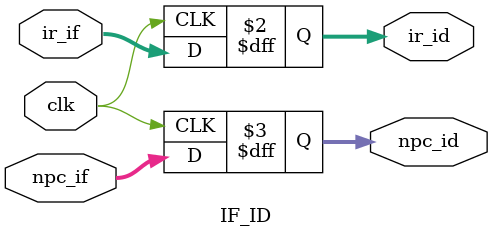
<source format=v>
`timescale 1ns / 1ps
module IF_ID(clk,ir_if,npc_if,ir_id,npc_id);
input           clk;
input     [31:0]ir_if;
input     [31:0]npc_if;
output reg[31:0]ir_id;
output reg[31:0]npc_id;

always @(posedge clk)
begin 
	ir_id  <= ir_if;
	npc_id <= npc_if;
end

endmodule

</source>
